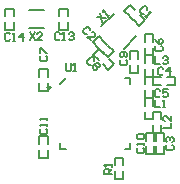
<source format=gto>
G04 Layer_Color=65535*
%FSLAX24Y24*%
%MOIN*%
G70*
G01*
G75*
%ADD21C,0.0060*%
%ADD27C,0.0098*%
%ADD28C,0.0079*%
%ADD29C,0.0050*%
D21*
X1173Y3220D02*
X1270Y3123D01*
X212Y2900D02*
X630Y3318D01*
X311Y2370D02*
X414Y2267D01*
X950Y2162D02*
X1365Y2577D01*
X652Y-2174D02*
Y-1928D01*
Y-2174D02*
X948D01*
X652Y-1732D02*
Y-1486D01*
X948D01*
Y-2174D02*
Y-1928D01*
Y-1732D02*
Y-1486D01*
X1473Y2922D02*
X1668Y3117D01*
X972Y3423D02*
X1167Y3618D01*
X1348Y3437D01*
X1487Y3298D02*
X1668Y3117D01*
X972Y3423D02*
X1153Y3242D01*
X1292Y3103D02*
X1473Y2922D01*
X-78Y2373D02*
X117Y2568D01*
X423Y1872D02*
X618Y2067D01*
X242Y2053D02*
X423Y1872D01*
X-78Y2373D02*
X103Y2192D01*
X437Y2248D02*
X618Y2067D01*
X117Y2568D02*
X298Y2387D01*
X2032Y-1354D02*
X2308D01*
X2032Y-646D02*
X2308D01*
Y-902D02*
Y-646D01*
Y-1354D02*
Y-1098D01*
X2032Y-902D02*
Y-646D01*
Y-1354D02*
Y-1098D01*
X2654Y952D02*
Y1228D01*
X1946Y952D02*
Y1228D01*
X2202D01*
X2398D02*
X2654D01*
X1946Y952D02*
X2202D01*
X2398D02*
X2654D01*
X1652Y1224D02*
X1928D01*
X1652Y516D02*
X1928D01*
X1652D02*
Y772D01*
Y968D02*
Y1224D01*
X1928Y516D02*
Y772D01*
Y968D02*
Y1224D01*
X1652Y2644D02*
X1928D01*
X1652Y1936D02*
X1928D01*
X1652D02*
Y2192D01*
Y2388D02*
Y2644D01*
X1928Y1936D02*
Y2192D01*
Y2388D02*
Y2644D01*
X-1858Y1472D02*
X-1582D01*
X-1858Y764D02*
X-1582D01*
X-1858D02*
Y1020D01*
Y1217D02*
Y1472D01*
X-1582Y764D02*
Y1020D01*
Y1217D02*
Y1472D01*
X-58Y1953D02*
X137Y2148D01*
X443Y1452D02*
X638Y1647D01*
X262Y1633D02*
X443Y1452D01*
X-58Y1953D02*
X123Y1772D01*
X457Y1828D02*
X638Y1647D01*
X137Y2148D02*
X318Y1967D01*
X1152Y2074D02*
X1428D01*
X1152Y1366D02*
X1428D01*
X1152D02*
Y1622D01*
Y1818D02*
Y2074D01*
X1428Y1366D02*
Y1622D01*
Y1818D02*
Y2074D01*
X1702Y-1354D02*
X1978D01*
X1702Y-646D02*
X1978D01*
Y-902D02*
Y-646D01*
Y-1354D02*
Y-1098D01*
X1702Y-902D02*
Y-646D01*
Y-1354D02*
Y-1098D01*
X-1858Y-1474D02*
X-1582D01*
X-1858Y-766D02*
X-1582D01*
Y-1022D02*
Y-766D01*
Y-1474D02*
Y-1218D01*
X-1858Y-1022D02*
Y-766D01*
Y-1474D02*
Y-1218D01*
X-1188Y2786D02*
X-912D01*
X-1188Y3494D02*
X-912D01*
Y3238D02*
Y3494D01*
Y2786D02*
Y3042D01*
X-1188Y3238D02*
Y3494D01*
Y2786D02*
Y3042D01*
X-2988Y2786D02*
X-2712D01*
X-2988Y3494D02*
X-2712D01*
Y3238D02*
Y3494D01*
Y2786D02*
Y3042D01*
X-2988Y3238D02*
Y3494D01*
Y2786D02*
Y3042D01*
X1928Y258D02*
Y514D01*
Y-194D02*
Y62D01*
X1652Y258D02*
Y514D01*
Y-194D02*
Y62D01*
Y-194D02*
X1928D01*
X1652Y514D02*
X1928D01*
X2208Y-192D02*
Y64D01*
Y-644D02*
Y-388D01*
X1932Y-192D02*
Y64D01*
Y-644D02*
Y-388D01*
Y-644D02*
X2208D01*
X1932Y64D02*
X2208D01*
X1928Y1678D02*
Y1934D01*
Y1226D02*
Y1482D01*
X1652Y1678D02*
Y1934D01*
Y1226D02*
Y1482D01*
Y1226D02*
X1928D01*
X1652Y1934D02*
X1928D01*
D27*
X-1486Y866D02*
G03*
X-1486Y866I-49J0D01*
G01*
D28*
X-1181Y984D02*
X-984Y1181D01*
X984D02*
X1181D01*
Y984D02*
Y1181D01*
Y-1181D02*
Y-984D01*
X984Y-1181D02*
X1181D01*
X-1181D02*
X-984D01*
X-1181D02*
Y-984D01*
X-2186Y2845D02*
X-1714D01*
X-2186Y3435D02*
X-1714D01*
D29*
X-1173Y2658D02*
X-1215Y2700D01*
X-1298D01*
X-1340Y2658D01*
Y2492D01*
X-1298Y2450D01*
X-1215D01*
X-1173Y2492D01*
X-1090Y2450D02*
X-1007D01*
X-1048D01*
Y2700D01*
X-1090Y2658D01*
X-882D02*
X-840Y2700D01*
X-757D01*
X-715Y2658D01*
Y2617D01*
X-757Y2575D01*
X-799D01*
X-757D01*
X-715Y2533D01*
Y2492D01*
X-757Y2450D01*
X-840D01*
X-882Y2492D01*
X-2833Y2638D02*
X-2875Y2680D01*
X-2958D01*
X-3000Y2638D01*
Y2472D01*
X-2958Y2430D01*
X-2875D01*
X-2833Y2472D01*
X-2750Y2430D02*
X-2667D01*
X-2708D01*
Y2680D01*
X-2750Y2638D01*
X-2417Y2430D02*
Y2680D01*
X-2542Y2555D01*
X-2375D01*
X-2170Y2700D02*
X-2003Y2450D01*
Y2700D02*
X-2170Y2450D01*
X-1753D02*
X-1920D01*
X-1753Y2617D01*
Y2658D01*
X-1795Y2700D01*
X-1878D01*
X-1920Y2658D01*
X2000Y1900D02*
Y1650D01*
X2167D01*
X2250Y1858D02*
X2292Y1900D01*
X2375D01*
X2417Y1858D01*
Y1817D01*
X2375Y1775D01*
X2333D01*
X2375D01*
X2417Y1733D01*
Y1692D01*
X2375Y1650D01*
X2292D01*
X2250Y1692D01*
X2280Y-500D02*
X2530D01*
Y-333D01*
Y-83D02*
Y-250D01*
X2363Y-83D01*
X2322D01*
X2280Y-125D01*
Y-208D01*
X2322Y-250D01*
X2000Y450D02*
Y200D01*
X2167D01*
X2250D02*
X2333D01*
X2292D01*
Y450D01*
X2250Y408D01*
X2042Y2247D02*
X2000Y2205D01*
Y2122D01*
X2042Y2080D01*
X2208D01*
X2250Y2122D01*
Y2205D01*
X2208Y2247D01*
X2000Y2497D02*
X2042Y2413D01*
X2125Y2330D01*
X2208D01*
X2250Y2372D01*
Y2455D01*
X2208Y2497D01*
X2167D01*
X2125Y2455D01*
Y2330D01*
X2167Y758D02*
X2125Y800D01*
X2042D01*
X2000Y758D01*
Y592D01*
X2042Y550D01*
X2125D01*
X2167Y592D01*
X2417Y800D02*
X2250D01*
Y675D01*
X2333Y717D01*
X2375D01*
X2417Y675D01*
Y592D01*
X2375Y550D01*
X2292D01*
X2250Y592D01*
X2412Y-1043D02*
X2370Y-1085D01*
Y-1168D01*
X2412Y-1210D01*
X2578D01*
X2620Y-1168D01*
Y-1085D01*
X2578Y-1043D01*
X2412Y-960D02*
X2370Y-918D01*
Y-835D01*
X2412Y-793D01*
X2453D01*
X2495Y-835D01*
Y-877D01*
Y-835D01*
X2537Y-793D01*
X2578D01*
X2620Y-835D01*
Y-918D01*
X2578Y-960D01*
X2277Y1498D02*
X2235Y1540D01*
X2152D01*
X2110Y1498D01*
Y1332D01*
X2152Y1290D01*
X2235D01*
X2277Y1332D01*
X2485Y1290D02*
Y1540D01*
X2360Y1415D01*
X2527D01*
X-1801Y1919D02*
X-1842Y1877D01*
Y1794D01*
X-1801Y1752D01*
X-1634D01*
X-1593Y1794D01*
Y1877D01*
X-1634Y1919D01*
X-1842Y2002D02*
Y2168D01*
X-1801D01*
X-1634Y2002D01*
X-1593D01*
X-165Y2769D02*
Y2828D01*
X-224Y2887D01*
X-283D01*
X-401Y2769D01*
Y2711D01*
X-342Y2652D01*
X-283D01*
X-135Y2445D02*
X-253Y2563D01*
X-18D01*
X12Y2593D01*
Y2652D01*
X-47Y2711D01*
X-106D01*
X872Y1787D02*
X830Y1745D01*
Y1662D01*
X872Y1620D01*
X1038D01*
X1080Y1662D01*
Y1745D01*
X1038Y1787D01*
Y1870D02*
X1080Y1912D01*
Y1995D01*
X1038Y2037D01*
X872D01*
X830Y1995D01*
Y1912D01*
X872Y1870D01*
X913D01*
X955Y1912D01*
Y2037D01*
X-25Y1749D02*
Y1808D01*
X-84Y1867D01*
X-143D01*
X-261Y1749D01*
Y1691D01*
X-202Y1632D01*
X-143D01*
X34Y1691D02*
X93D01*
X152Y1632D01*
Y1573D01*
X122Y1543D01*
X63D01*
X63Y1484D01*
X34Y1455D01*
X-25D01*
X-84Y1514D01*
Y1573D01*
X-54Y1602D01*
X5Y1602D01*
Y1661D01*
X34Y1691D01*
X5Y1602D02*
X63Y1543D01*
X-1800Y-513D02*
X-1842Y-555D01*
Y-638D01*
X-1800Y-680D01*
X-1634D01*
X-1592Y-638D01*
Y-555D01*
X-1634Y-513D01*
X-1592Y-430D02*
Y-347D01*
Y-388D01*
X-1842D01*
X-1800Y-430D01*
X-1592Y-222D02*
Y-139D01*
Y-180D01*
X-1842D01*
X-1800Y-222D01*
X-970Y1670D02*
Y1462D01*
X-928Y1420D01*
X-845D01*
X-803Y1462D01*
Y1670D01*
X-720Y1420D02*
X-637D01*
X-678D01*
Y1670D01*
X-720Y1628D01*
X63Y3227D02*
X358Y3168D01*
X181Y3345D02*
X240Y3050D01*
X417Y3227D02*
X476Y3286D01*
X446Y3256D01*
X269Y3433D01*
Y3374D01*
X1745Y3449D02*
Y3508D01*
X1686Y3567D01*
X1627D01*
X1509Y3449D01*
Y3391D01*
X1568Y3332D01*
X1627D01*
X1657Y3243D02*
X1716Y3184D01*
X1686Y3214D01*
X1863Y3391D01*
X1804D01*
X1432Y-1143D02*
X1390Y-1185D01*
Y-1268D01*
X1432Y-1310D01*
X1598D01*
X1640Y-1268D01*
Y-1185D01*
X1598Y-1143D01*
X1640Y-1060D02*
Y-977D01*
Y-1018D01*
X1390D01*
X1432Y-1060D01*
Y-852D02*
X1390Y-810D01*
Y-727D01*
X1432Y-685D01*
X1598D01*
X1640Y-727D01*
Y-810D01*
X1598Y-852D01*
X1432D01*
X560Y-2020D02*
X310D01*
Y-1895D01*
X352Y-1853D01*
X435D01*
X477Y-1895D01*
Y-2020D01*
Y-1937D02*
X560Y-1853D01*
Y-1770D02*
Y-1687D01*
Y-1728D01*
X310D01*
X352Y-1770D01*
M02*

</source>
